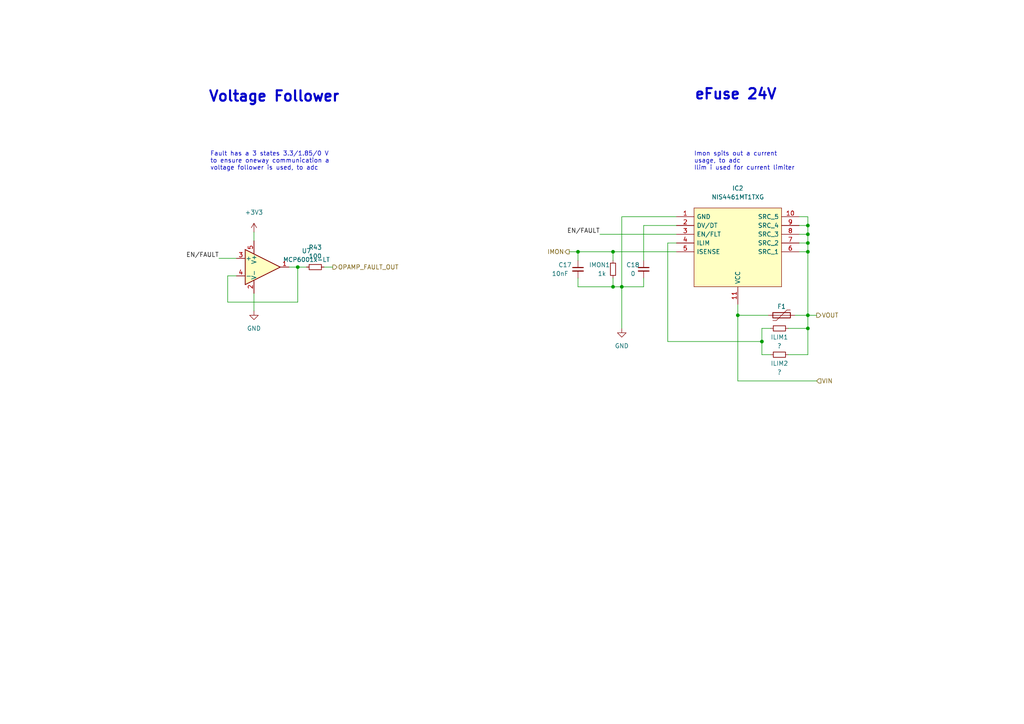
<source format=kicad_sch>
(kicad_sch (version 20211123) (generator eeschema)

  (uuid a0660fa4-01a0-4f10-a8d0-61502bba1330)

  (paper "A4")

  (lib_symbols
    (symbol "Amplifier_Operational:MCP6001x-LT" (pin_names (offset 0.127)) (in_bom yes) (on_board yes)
      (property "Reference" "U" (id 0) (at -1.27 6.35 0)
        (effects (font (size 1.27 1.27)) (justify left))
      )
      (property "Value" "MCP6001x-LT" (id 1) (at -1.27 3.81 0)
        (effects (font (size 1.27 1.27)) (justify left))
      )
      (property "Footprint" "Package_TO_SOT_SMD:SOT-353_SC-70-5" (id 2) (at -2.54 -5.08 0)
        (effects (font (size 1.27 1.27)) (justify left) hide)
      )
      (property "Datasheet" "http://ww1.microchip.com/downloads/en/DeviceDoc/21733j.pdf" (id 3) (at 0 0 0)
        (effects (font (size 1.27 1.27)) hide)
      )
      (property "ki_keywords" "single opamp" (id 4) (at 0 0 0)
        (effects (font (size 1.27 1.27)) hide)
      )
      (property "ki_description" "1 MHz, Low-Power Op Amp, SC-70-5" (id 5) (at 0 0 0)
        (effects (font (size 1.27 1.27)) hide)
      )
      (property "ki_fp_filters" "*SC?70*" (id 6) (at 0 0 0)
        (effects (font (size 1.27 1.27)) hide)
      )
      (symbol "MCP6001x-LT_0_1"
        (polyline
          (pts
            (xy -5.08 5.08)
            (xy 5.08 0)
            (xy -5.08 -5.08)
            (xy -5.08 5.08)
          )
          (stroke (width 0.254) (type default) (color 0 0 0 0))
          (fill (type background))
        )
        (pin power_in line (at -2.54 -7.62 90) (length 3.81)
          (name "V-" (effects (font (size 1.27 1.27))))
          (number "2" (effects (font (size 1.27 1.27))))
        )
        (pin power_in line (at -2.54 7.62 270) (length 3.81)
          (name "V+" (effects (font (size 1.27 1.27))))
          (number "5" (effects (font (size 1.27 1.27))))
        )
      )
      (symbol "MCP6001x-LT_1_1"
        (pin output line (at 7.62 0 180) (length 2.54)
          (name "~" (effects (font (size 1.27 1.27))))
          (number "1" (effects (font (size 1.27 1.27))))
        )
        (pin input line (at -7.62 2.54 0) (length 2.54)
          (name "+" (effects (font (size 1.27 1.27))))
          (number "3" (effects (font (size 1.27 1.27))))
        )
        (pin input line (at -7.62 -2.54 0) (length 2.54)
          (name "-" (effects (font (size 1.27 1.27))))
          (number "4" (effects (font (size 1.27 1.27))))
        )
      )
    )
    (symbol "Device:C_Small" (pin_numbers hide) (pin_names (offset 0.254) hide) (in_bom yes) (on_board yes)
      (property "Reference" "C" (id 0) (at 0.254 1.778 0)
        (effects (font (size 1.27 1.27)) (justify left))
      )
      (property "Value" "C_Small" (id 1) (at 0.254 -2.032 0)
        (effects (font (size 1.27 1.27)) (justify left))
      )
      (property "Footprint" "" (id 2) (at 0 0 0)
        (effects (font (size 1.27 1.27)) hide)
      )
      (property "Datasheet" "~" (id 3) (at 0 0 0)
        (effects (font (size 1.27 1.27)) hide)
      )
      (property "ki_keywords" "capacitor cap" (id 4) (at 0 0 0)
        (effects (font (size 1.27 1.27)) hide)
      )
      (property "ki_description" "Unpolarized capacitor, small symbol" (id 5) (at 0 0 0)
        (effects (font (size 1.27 1.27)) hide)
      )
      (property "ki_fp_filters" "C_*" (id 6) (at 0 0 0)
        (effects (font (size 1.27 1.27)) hide)
      )
      (symbol "C_Small_0_1"
        (polyline
          (pts
            (xy -1.524 -0.508)
            (xy 1.524 -0.508)
          )
          (stroke (width 0.3302) (type default) (color 0 0 0 0))
          (fill (type none))
        )
        (polyline
          (pts
            (xy -1.524 0.508)
            (xy 1.524 0.508)
          )
          (stroke (width 0.3048) (type default) (color 0 0 0 0))
          (fill (type none))
        )
      )
      (symbol "C_Small_1_1"
        (pin passive line (at 0 2.54 270) (length 2.032)
          (name "~" (effects (font (size 1.27 1.27))))
          (number "1" (effects (font (size 1.27 1.27))))
        )
        (pin passive line (at 0 -2.54 90) (length 2.032)
          (name "~" (effects (font (size 1.27 1.27))))
          (number "2" (effects (font (size 1.27 1.27))))
        )
      )
    )
    (symbol "Device:Polyfuse" (pin_numbers hide) (pin_names (offset 0)) (in_bom yes) (on_board yes)
      (property "Reference" "F" (id 0) (at -2.54 0 90)
        (effects (font (size 1.27 1.27)))
      )
      (property "Value" "Polyfuse" (id 1) (at 2.54 0 90)
        (effects (font (size 1.27 1.27)))
      )
      (property "Footprint" "" (id 2) (at 1.27 -5.08 0)
        (effects (font (size 1.27 1.27)) (justify left) hide)
      )
      (property "Datasheet" "~" (id 3) (at 0 0 0)
        (effects (font (size 1.27 1.27)) hide)
      )
      (property "ki_keywords" "resettable fuse PTC PPTC polyfuse polyswitch" (id 4) (at 0 0 0)
        (effects (font (size 1.27 1.27)) hide)
      )
      (property "ki_description" "Resettable fuse, polymeric positive temperature coefficient" (id 5) (at 0 0 0)
        (effects (font (size 1.27 1.27)) hide)
      )
      (property "ki_fp_filters" "*polyfuse* *PTC*" (id 6) (at 0 0 0)
        (effects (font (size 1.27 1.27)) hide)
      )
      (symbol "Polyfuse_0_1"
        (rectangle (start -0.762 2.54) (end 0.762 -2.54)
          (stroke (width 0.254) (type default) (color 0 0 0 0))
          (fill (type none))
        )
        (polyline
          (pts
            (xy 0 2.54)
            (xy 0 -2.54)
          )
          (stroke (width 0) (type default) (color 0 0 0 0))
          (fill (type none))
        )
        (polyline
          (pts
            (xy -1.524 2.54)
            (xy -1.524 1.524)
            (xy 1.524 -1.524)
            (xy 1.524 -2.54)
          )
          (stroke (width 0) (type default) (color 0 0 0 0))
          (fill (type none))
        )
      )
      (symbol "Polyfuse_1_1"
        (pin passive line (at 0 3.81 270) (length 1.27)
          (name "~" (effects (font (size 1.27 1.27))))
          (number "1" (effects (font (size 1.27 1.27))))
        )
        (pin passive line (at 0 -3.81 90) (length 1.27)
          (name "~" (effects (font (size 1.27 1.27))))
          (number "2" (effects (font (size 1.27 1.27))))
        )
      )
    )
    (symbol "Device:R_Small" (pin_numbers hide) (pin_names (offset 0.254) hide) (in_bom yes) (on_board yes)
      (property "Reference" "R" (id 0) (at 0.762 0.508 0)
        (effects (font (size 1.27 1.27)) (justify left))
      )
      (property "Value" "R_Small" (id 1) (at 0.762 -1.016 0)
        (effects (font (size 1.27 1.27)) (justify left))
      )
      (property "Footprint" "" (id 2) (at 0 0 0)
        (effects (font (size 1.27 1.27)) hide)
      )
      (property "Datasheet" "~" (id 3) (at 0 0 0)
        (effects (font (size 1.27 1.27)) hide)
      )
      (property "ki_keywords" "R resistor" (id 4) (at 0 0 0)
        (effects (font (size 1.27 1.27)) hide)
      )
      (property "ki_description" "Resistor, small symbol" (id 5) (at 0 0 0)
        (effects (font (size 1.27 1.27)) hide)
      )
      (property "ki_fp_filters" "R_*" (id 6) (at 0 0 0)
        (effects (font (size 1.27 1.27)) hide)
      )
      (symbol "R_Small_0_1"
        (rectangle (start -0.762 1.778) (end 0.762 -1.778)
          (stroke (width 0.2032) (type default) (color 0 0 0 0))
          (fill (type none))
        )
      )
      (symbol "R_Small_1_1"
        (pin passive line (at 0 2.54 270) (length 0.762)
          (name "~" (effects (font (size 1.27 1.27))))
          (number "1" (effects (font (size 1.27 1.27))))
        )
        (pin passive line (at 0 -2.54 90) (length 0.762)
          (name "~" (effects (font (size 1.27 1.27))))
          (number "2" (effects (font (size 1.27 1.27))))
        )
      )
    )
    (symbol "NIS4461MT1TXG:NIS4461MT1TXG" (pin_names (offset 0.762)) (in_bom yes) (on_board yes)
      (property "Reference" "IC3" (id 0) (at 17.78 8.255 0)
        (effects (font (size 1.27 1.27)))
      )
      (property "Value" "NIS4461MT1TXG" (id 1) (at 17.78 5.715 0)
        (effects (font (size 1.27 1.27)))
      )
      (property "Footprint" "NIS4461MT1TXG:SON50P300X300X80-11N" (id 2) (at 31.75 2.54 0)
        (effects (font (size 1.27 1.27)) (justify left) hide)
      )
      (property "Datasheet" "https://www.onsemi.com/pdf/datasheet/nis4461-d.pdf" (id 3) (at 31.75 0 0)
        (effects (font (size 1.27 1.27)) (justify left) hide)
      )
      (property "Description" "ON SEMICONDUCTOR - NIS4461MT1TXG - Electronic Fuse, 9 V to 24 V, Fan & Hard Drives/Industrial/Handheld Devices, WDFN-EP, 10Pin" (id 4) (at 31.75 -2.54 0)
        (effects (font (size 1.27 1.27)) (justify left) hide)
      )
      (property "Height" "0.8" (id 5) (at 31.75 -5.08 0)
        (effects (font (size 1.27 1.27)) (justify left) hide)
      )
      (property "Mouser Part Number" "863-NIS4461MT1TXG" (id 6) (at 31.75 -7.62 0)
        (effects (font (size 1.27 1.27)) (justify left) hide)
      )
      (property "Mouser Price/Stock" "https://www.mouser.co.uk/ProductDetail/onsemi/NIS4461MT1TXG?qs=HBWAp0VN4RguQGKW17n5sA%3D%3D" (id 7) (at 31.75 -10.16 0)
        (effects (font (size 1.27 1.27)) (justify left) hide)
      )
      (property "Manufacturer_Name" "onsemi" (id 8) (at 31.75 -12.7 0)
        (effects (font (size 1.27 1.27)) (justify left) hide)
      )
      (property "Manufacturer_Part_Number" "NIS4461MT1TXG" (id 9) (at 31.75 -15.24 0)
        (effects (font (size 1.27 1.27)) (justify left) hide)
      )
      (symbol "NIS4461MT1TXG_0_0"
        (pin passive line (at 0 0 0) (length 5.08)
          (name "GND" (effects (font (size 1.27 1.27))))
          (number "1" (effects (font (size 1.27 1.27))))
        )
        (pin passive line (at 35.56 0 180) (length 5.08)
          (name "SRC_5" (effects (font (size 1.27 1.27))))
          (number "10" (effects (font (size 1.27 1.27))))
        )
        (pin passive line (at 17.78 -25.4 90) (length 5.08)
          (name "VCC" (effects (font (size 1.27 1.27))))
          (number "11" (effects (font (size 1.27 1.27))))
        )
        (pin passive line (at 0 -2.54 0) (length 5.08)
          (name "DV/DT" (effects (font (size 1.27 1.27))))
          (number "2" (effects (font (size 1.27 1.27))))
        )
        (pin passive line (at 0 -5.08 0) (length 5.08)
          (name "EN/FLT" (effects (font (size 1.27 1.27))))
          (number "3" (effects (font (size 1.27 1.27))))
        )
        (pin passive line (at 0 -7.62 0) (length 5.08)
          (name "ILIM" (effects (font (size 1.27 1.27))))
          (number "4" (effects (font (size 1.27 1.27))))
        )
        (pin passive line (at 0 -10.16 0) (length 5.08)
          (name "ISENSE" (effects (font (size 1.27 1.27))))
          (number "5" (effects (font (size 1.27 1.27))))
        )
        (pin passive line (at 35.56 -10.16 180) (length 5.08)
          (name "SRC_1" (effects (font (size 1.27 1.27))))
          (number "6" (effects (font (size 1.27 1.27))))
        )
        (pin passive line (at 35.56 -7.62 180) (length 5.08)
          (name "SRC_2" (effects (font (size 1.27 1.27))))
          (number "7" (effects (font (size 1.27 1.27))))
        )
        (pin passive line (at 35.56 -5.08 180) (length 5.08)
          (name "SRC_3" (effects (font (size 1.27 1.27))))
          (number "8" (effects (font (size 1.27 1.27))))
        )
        (pin passive line (at 35.56 -2.54 180) (length 5.08)
          (name "SRC_4" (effects (font (size 1.27 1.27))))
          (number "9" (effects (font (size 1.27 1.27))))
        )
      )
      (symbol "NIS4461MT1TXG_0_1"
        (polyline
          (pts
            (xy 5.08 2.54)
            (xy 30.48 2.54)
            (xy 30.48 -20.32)
            (xy 5.08 -20.32)
            (xy 5.08 2.54)
          )
          (stroke (width 0.1524) (type default) (color 0 0 0 0))
          (fill (type background))
        )
      )
    )
    (symbol "power:+3.3V" (power) (pin_names (offset 0)) (in_bom yes) (on_board yes)
      (property "Reference" "#PWR" (id 0) (at 0 -3.81 0)
        (effects (font (size 1.27 1.27)) hide)
      )
      (property "Value" "+3.3V" (id 1) (at 0 3.556 0)
        (effects (font (size 1.27 1.27)))
      )
      (property "Footprint" "" (id 2) (at 0 0 0)
        (effects (font (size 1.27 1.27)) hide)
      )
      (property "Datasheet" "" (id 3) (at 0 0 0)
        (effects (font (size 1.27 1.27)) hide)
      )
      (property "ki_keywords" "power-flag" (id 4) (at 0 0 0)
        (effects (font (size 1.27 1.27)) hide)
      )
      (property "ki_description" "Power symbol creates a global label with name \"+3.3V\"" (id 5) (at 0 0 0)
        (effects (font (size 1.27 1.27)) hide)
      )
      (symbol "+3.3V_0_1"
        (polyline
          (pts
            (xy -0.762 1.27)
            (xy 0 2.54)
          )
          (stroke (width 0) (type default) (color 0 0 0 0))
          (fill (type none))
        )
        (polyline
          (pts
            (xy 0 0)
            (xy 0 2.54)
          )
          (stroke (width 0) (type default) (color 0 0 0 0))
          (fill (type none))
        )
        (polyline
          (pts
            (xy 0 2.54)
            (xy 0.762 1.27)
          )
          (stroke (width 0) (type default) (color 0 0 0 0))
          (fill (type none))
        )
      )
      (symbol "+3.3V_1_1"
        (pin power_in line (at 0 0 90) (length 0) hide
          (name "+3V3" (effects (font (size 1.27 1.27))))
          (number "1" (effects (font (size 1.27 1.27))))
        )
      )
    )
    (symbol "power:GND" (power) (pin_names (offset 0)) (in_bom yes) (on_board yes)
      (property "Reference" "#PWR" (id 0) (at 0 -6.35 0)
        (effects (font (size 1.27 1.27)) hide)
      )
      (property "Value" "GND" (id 1) (at 0 -3.81 0)
        (effects (font (size 1.27 1.27)))
      )
      (property "Footprint" "" (id 2) (at 0 0 0)
        (effects (font (size 1.27 1.27)) hide)
      )
      (property "Datasheet" "" (id 3) (at 0 0 0)
        (effects (font (size 1.27 1.27)) hide)
      )
      (property "ki_keywords" "power-flag" (id 4) (at 0 0 0)
        (effects (font (size 1.27 1.27)) hide)
      )
      (property "ki_description" "Power symbol creates a global label with name \"GND\" , ground" (id 5) (at 0 0 0)
        (effects (font (size 1.27 1.27)) hide)
      )
      (symbol "GND_0_1"
        (polyline
          (pts
            (xy 0 0)
            (xy 0 -1.27)
            (xy 1.27 -1.27)
            (xy 0 -2.54)
            (xy -1.27 -1.27)
            (xy 0 -1.27)
          )
          (stroke (width 0) (type default) (color 0 0 0 0))
          (fill (type none))
        )
      )
      (symbol "GND_1_1"
        (pin power_in line (at 0 0 270) (length 0) hide
          (name "GND" (effects (font (size 1.27 1.27))))
          (number "1" (effects (font (size 1.27 1.27))))
        )
      )
    )
  )

  (junction (at 220.98 99.06) (diameter 0) (color 0 0 0 0)
    (uuid 0d2598a7-bb4d-4fb8-a8a2-328a65b403dc)
  )
  (junction (at 86.36 77.47) (diameter 0) (color 0 0 0 0)
    (uuid 23d1b4b0-070d-4261-96e0-c7058609ada1)
  )
  (junction (at 234.315 73.025) (diameter 0) (color 0 0 0 0)
    (uuid 256831f9-7a21-4abb-9fc1-18cf15e7865d)
  )
  (junction (at 234.315 91.44) (diameter 0) (color 0 0 0 0)
    (uuid 3af321b9-dc67-40e5-b360-3fbbe55a8554)
  )
  (junction (at 234.315 67.945) (diameter 0) (color 0 0 0 0)
    (uuid 448093fa-ec1d-4099-97a3-1872882cbf1c)
  )
  (junction (at 213.995 91.44) (diameter 0) (color 0 0 0 0)
    (uuid 56696bf6-741c-4b3b-ac9c-4e8f6e6419c8)
  )
  (junction (at 234.315 70.485) (diameter 0) (color 0 0 0 0)
    (uuid 76d03381-44c5-4eb4-8888-dbecbf5e07d0)
  )
  (junction (at 177.8 73.025) (diameter 0) (color 0 0 0 0)
    (uuid 7800ac3e-ab52-4dae-8ae0-3d5cf7e6377e)
  )
  (junction (at 234.315 65.405) (diameter 0) (color 0 0 0 0)
    (uuid ad46e810-425b-4666-9b0e-2ab264f817b7)
  )
  (junction (at 167.64 73.025) (diameter 0) (color 0 0 0 0)
    (uuid bd9ea354-1bb0-4818-8c81-f395183c3162)
  )
  (junction (at 234.315 95.25) (diameter 0) (color 0 0 0 0)
    (uuid caf4f616-f187-4f7a-afdb-fbb214dfdee3)
  )
  (junction (at 177.8 83.185) (diameter 0) (color 0 0 0 0)
    (uuid cd3607fc-53e7-4d3b-89de-45e28c919bc9)
  )
  (junction (at 180.34 83.185) (diameter 0) (color 0 0 0 0)
    (uuid fc947c99-39b2-4e5c-9125-e485ec5c0010)
  )

  (wire (pts (xy 83.82 77.47) (xy 86.36 77.47))
    (stroke (width 0) (type default) (color 0 0 0 0))
    (uuid 0a3adf4b-f92e-4fcf-890b-319bdf8bfa18)
  )
  (wire (pts (xy 231.775 73.025) (xy 234.315 73.025))
    (stroke (width 0) (type default) (color 0 0 0 0))
    (uuid 0c179450-54d8-4ff2-97b0-d432cf0bdcd3)
  )
  (wire (pts (xy 234.315 95.25) (xy 234.315 91.44))
    (stroke (width 0) (type default) (color 0 0 0 0))
    (uuid 0c3b9a8a-4cd6-4833-add8-baa27a3a3706)
  )
  (wire (pts (xy 167.64 80.645) (xy 167.64 83.185))
    (stroke (width 0) (type default) (color 0 0 0 0))
    (uuid 0cd658ae-23be-4573-9818-7ba174ee8b17)
  )
  (wire (pts (xy 93.98 77.47) (xy 96.52 77.47))
    (stroke (width 0) (type default) (color 0 0 0 0))
    (uuid 111ecaa8-6e53-4520-9bff-5d443e55c995)
  )
  (wire (pts (xy 231.775 65.405) (xy 234.315 65.405))
    (stroke (width 0) (type default) (color 0 0 0 0))
    (uuid 115dd436-1949-47a7-b049-155b36a5d417)
  )
  (wire (pts (xy 86.36 77.47) (xy 86.36 87.63))
    (stroke (width 0) (type default) (color 0 0 0 0))
    (uuid 12c16539-91c5-499a-abc8-9a480db3bb42)
  )
  (wire (pts (xy 228.6 95.25) (xy 234.315 95.25))
    (stroke (width 0) (type default) (color 0 0 0 0))
    (uuid 12e709cf-1dcb-410d-9b6f-21e97a41650f)
  )
  (wire (pts (xy 66.04 87.63) (xy 66.04 80.01))
    (stroke (width 0) (type default) (color 0 0 0 0))
    (uuid 1aabf81a-14b6-4d46-b5e3-20a0c0a4f99a)
  )
  (wire (pts (xy 180.34 62.865) (xy 180.34 83.185))
    (stroke (width 0) (type default) (color 0 0 0 0))
    (uuid 1cbabf1a-fbc2-4ec7-a6b7-7f847d7fda33)
  )
  (wire (pts (xy 73.66 67.31) (xy 73.66 69.85))
    (stroke (width 0) (type default) (color 0 0 0 0))
    (uuid 1e1f2265-9793-4bf7-bed6-5f1542622f28)
  )
  (wire (pts (xy 234.315 70.485) (xy 234.315 73.025))
    (stroke (width 0) (type default) (color 0 0 0 0))
    (uuid 21c00ea2-6216-4cac-a54f-94e0acda91a2)
  )
  (wire (pts (xy 220.98 102.87) (xy 223.52 102.87))
    (stroke (width 0) (type default) (color 0 0 0 0))
    (uuid 3adf33c5-6eb1-4906-ab12-6689035fe9a5)
  )
  (wire (pts (xy 186.69 65.405) (xy 196.215 65.405))
    (stroke (width 0) (type default) (color 0 0 0 0))
    (uuid 3b5bab86-db64-4626-8cbe-cf114def0d00)
  )
  (wire (pts (xy 177.8 73.025) (xy 177.8 75.565))
    (stroke (width 0) (type default) (color 0 0 0 0))
    (uuid 438f1655-9049-4a1c-9b2a-6afbb447ed14)
  )
  (wire (pts (xy 68.58 74.93) (xy 63.5 74.93))
    (stroke (width 0) (type default) (color 0 0 0 0))
    (uuid 48f59202-3209-4a8c-b386-8b8e716111e3)
  )
  (wire (pts (xy 234.315 91.44) (xy 236.855 91.44))
    (stroke (width 0) (type default) (color 0 0 0 0))
    (uuid 4d40d532-3e0e-498e-b7a1-b0970d2d1482)
  )
  (wire (pts (xy 231.775 70.485) (xy 234.315 70.485))
    (stroke (width 0) (type default) (color 0 0 0 0))
    (uuid 50f68737-34ea-4bb8-818f-bbad87bdd756)
  )
  (wire (pts (xy 180.34 62.865) (xy 196.215 62.865))
    (stroke (width 0) (type default) (color 0 0 0 0))
    (uuid 55954ab8-1c3e-497d-8754-aae8f7c088ea)
  )
  (wire (pts (xy 186.69 65.405) (xy 186.69 75.565))
    (stroke (width 0) (type default) (color 0 0 0 0))
    (uuid 5b44e55a-6d59-48b0-a202-d89f178f7a7e)
  )
  (wire (pts (xy 213.995 91.44) (xy 213.995 110.49))
    (stroke (width 0) (type default) (color 0 0 0 0))
    (uuid 5be899a8-1da9-4b0d-8e74-1a91b52629fb)
  )
  (wire (pts (xy 177.8 80.645) (xy 177.8 83.185))
    (stroke (width 0) (type default) (color 0 0 0 0))
    (uuid 5fd30a4e-76cc-42e0-b72d-b3ec6a50cd38)
  )
  (wire (pts (xy 213.995 88.265) (xy 213.995 91.44))
    (stroke (width 0) (type default) (color 0 0 0 0))
    (uuid 60595cb6-d8a8-484d-990d-d77c68c04af5)
  )
  (wire (pts (xy 86.36 87.63) (xy 66.04 87.63))
    (stroke (width 0) (type default) (color 0 0 0 0))
    (uuid 65a0baa1-f1f0-440c-b8c0-40952c0f017c)
  )
  (wire (pts (xy 193.675 70.485) (xy 196.215 70.485))
    (stroke (width 0) (type default) (color 0 0 0 0))
    (uuid 6813ed27-5cb0-4213-8491-6d2d8ec21899)
  )
  (wire (pts (xy 220.98 95.25) (xy 223.52 95.25))
    (stroke (width 0) (type default) (color 0 0 0 0))
    (uuid 6cdaa852-b9bf-422b-997f-585fbe563d4f)
  )
  (wire (pts (xy 167.64 75.565) (xy 167.64 73.025))
    (stroke (width 0) (type default) (color 0 0 0 0))
    (uuid 6e0bbe42-6ec7-439e-a7b4-887859f541c5)
  )
  (wire (pts (xy 167.64 83.185) (xy 177.8 83.185))
    (stroke (width 0) (type default) (color 0 0 0 0))
    (uuid 717704d2-7bda-4514-9740-ef46b2415e01)
  )
  (wire (pts (xy 231.775 62.865) (xy 234.315 62.865))
    (stroke (width 0) (type default) (color 0 0 0 0))
    (uuid 72596061-10b6-4970-9b60-6e3ac55a457e)
  )
  (wire (pts (xy 234.315 102.87) (xy 234.315 95.25))
    (stroke (width 0) (type default) (color 0 0 0 0))
    (uuid 73a1f466-eda1-4a24-9138-143adb38dd98)
  )
  (wire (pts (xy 66.04 80.01) (xy 68.58 80.01))
    (stroke (width 0) (type default) (color 0 0 0 0))
    (uuid 7a773b1c-cd26-4ae7-96ac-c3c1f4eb68e1)
  )
  (wire (pts (xy 234.315 62.865) (xy 234.315 65.405))
    (stroke (width 0) (type default) (color 0 0 0 0))
    (uuid 7a9b8fc8-51c0-490f-b150-38b4e7f7d75f)
  )
  (wire (pts (xy 165.1 73.025) (xy 167.64 73.025))
    (stroke (width 0) (type default) (color 0 0 0 0))
    (uuid 7c74eee7-35bd-4675-a318-8931ea5a9c4d)
  )
  (wire (pts (xy 180.34 83.185) (xy 180.34 95.25))
    (stroke (width 0) (type default) (color 0 0 0 0))
    (uuid 82cc1990-d7ed-4bba-8965-6ebdb4efc521)
  )
  (wire (pts (xy 213.995 91.44) (xy 222.885 91.44))
    (stroke (width 0) (type default) (color 0 0 0 0))
    (uuid 8edb0b37-5254-489b-ad69-3cebc97f4300)
  )
  (wire (pts (xy 228.6 102.87) (xy 234.315 102.87))
    (stroke (width 0) (type default) (color 0 0 0 0))
    (uuid 9d9824d5-4b8a-47cb-8d92-223ebc595e33)
  )
  (wire (pts (xy 167.64 73.025) (xy 177.8 73.025))
    (stroke (width 0) (type default) (color 0 0 0 0))
    (uuid a8a818e4-ef77-4db3-a3ef-52bad7ed4550)
  )
  (wire (pts (xy 220.98 99.06) (xy 220.98 95.25))
    (stroke (width 0) (type default) (color 0 0 0 0))
    (uuid b3f42e6c-d030-40e0-aa88-1b63d5c4a684)
  )
  (wire (pts (xy 230.505 91.44) (xy 234.315 91.44))
    (stroke (width 0) (type default) (color 0 0 0 0))
    (uuid b409134b-3214-4a23-b2f9-f01190236b76)
  )
  (wire (pts (xy 173.99 67.945) (xy 196.215 67.945))
    (stroke (width 0) (type default) (color 0 0 0 0))
    (uuid bcedd2a2-aba7-4d22-93d3-18dea54598ce)
  )
  (wire (pts (xy 177.8 73.025) (xy 196.215 73.025))
    (stroke (width 0) (type default) (color 0 0 0 0))
    (uuid be9b78f2-4fda-48c3-a174-a558eb49cefc)
  )
  (wire (pts (xy 220.98 99.06) (xy 193.675 99.06))
    (stroke (width 0) (type default) (color 0 0 0 0))
    (uuid c279ee5a-d0c7-4714-b60b-c319e4d6a479)
  )
  (wire (pts (xy 180.34 83.185) (xy 177.8 83.185))
    (stroke (width 0) (type default) (color 0 0 0 0))
    (uuid cab89eaa-7b9e-4faf-83fc-e32cf6fe3587)
  )
  (wire (pts (xy 193.675 70.485) (xy 193.675 99.06))
    (stroke (width 0) (type default) (color 0 0 0 0))
    (uuid d513ba78-2b0f-434b-a48a-4ae264079808)
  )
  (wire (pts (xy 86.36 77.47) (xy 88.9 77.47))
    (stroke (width 0) (type default) (color 0 0 0 0))
    (uuid d9e9879e-6dbe-4ce6-99ef-b0d66239cb8d)
  )
  (wire (pts (xy 220.98 99.06) (xy 220.98 102.87))
    (stroke (width 0) (type default) (color 0 0 0 0))
    (uuid db187efd-f13c-4eec-9933-b000b336ca29)
  )
  (wire (pts (xy 234.315 65.405) (xy 234.315 67.945))
    (stroke (width 0) (type default) (color 0 0 0 0))
    (uuid dd921fa8-8fe6-4e59-b4e4-dd739cb0a5e4)
  )
  (wire (pts (xy 234.315 67.945) (xy 234.315 70.485))
    (stroke (width 0) (type default) (color 0 0 0 0))
    (uuid de8cdaa1-7cd5-4422-b524-9fbd1a4079f5)
  )
  (wire (pts (xy 231.775 67.945) (xy 234.315 67.945))
    (stroke (width 0) (type default) (color 0 0 0 0))
    (uuid e2e530bf-e70d-4430-84ff-a84dd1cdbbb3)
  )
  (wire (pts (xy 186.69 80.645) (xy 186.69 83.185))
    (stroke (width 0) (type default) (color 0 0 0 0))
    (uuid e2e635ca-5c3d-424e-a610-86c2f6ad3d48)
  )
  (wire (pts (xy 180.34 83.185) (xy 186.69 83.185))
    (stroke (width 0) (type default) (color 0 0 0 0))
    (uuid e4d10424-bc6a-4656-b050-2510635b4291)
  )
  (wire (pts (xy 73.66 85.09) (xy 73.66 90.17))
    (stroke (width 0) (type default) (color 0 0 0 0))
    (uuid e6b8051b-6004-4610-a7f1-c23d1643fbc4)
  )
  (wire (pts (xy 234.315 91.44) (xy 234.315 73.025))
    (stroke (width 0) (type default) (color 0 0 0 0))
    (uuid e98182ca-2c38-4a92-8336-56607e2bc651)
  )
  (wire (pts (xy 213.995 110.49) (xy 236.855 110.49))
    (stroke (width 0) (type default) (color 0 0 0 0))
    (uuid f7cf98aa-6cee-4fad-82a6-496ddba3b965)
  )

  (text "eFuse 24V" (at 201.295 29.21 0)
    (effects (font (size 3 3) bold) (justify left bottom))
    (uuid 93006a54-5ed4-475e-850c-d3a524d05f62)
  )
  (text "Fault has a 3 states 3.3/1.85/0 V\nto ensure oneway communication a\nvoltage follower is used, to adc"
    (at 60.96 49.53 0)
    (effects (font (size 1.27 1.27)) (justify left bottom))
    (uuid ab6c101d-34d6-44e8-9e34-586342af67d4)
  )
  (text "Voltage Follower" (at 60.325 29.845 0)
    (effects (font (size 3 3) bold) (justify left bottom))
    (uuid b902a1c3-077a-423f-83d4-d0881e6212fe)
  )
  (text "Imon spits out a current\nusage, to adc\nIlim i used for current limiter"
    (at 201.295 49.53 0)
    (effects (font (size 1.27 1.27)) (justify left bottom))
    (uuid d05879a8-583f-42a2-ad2f-f6ff867f8da4)
  )

  (label "EN{slash}FAULT" (at 173.99 67.945 180)
    (effects (font (size 1.27 1.27)) (justify right bottom))
    (uuid 246d6075-f68b-4661-87bf-649c9301269c)
  )
  (label "EN{slash}FAULT" (at 63.5 74.93 180)
    (effects (font (size 1.27 1.27)) (justify right bottom))
    (uuid a7e1a269-7bba-4609-bf53-27258de2278c)
  )

  (hierarchical_label "VOUT" (shape output) (at 236.855 91.44 0)
    (effects (font (size 1.27 1.27)) (justify left))
    (uuid 77a2c52d-591c-4cda-83c9-2f82cb81dd82)
  )
  (hierarchical_label "OPAMP_FAULT_OUT" (shape output) (at 96.52 77.47 0)
    (effects (font (size 1.27 1.27)) (justify left))
    (uuid 90605c45-f95e-46a1-8d69-2d55abc65492)
  )
  (hierarchical_label "IMON" (shape output) (at 165.1 73.025 180)
    (effects (font (size 1.27 1.27)) (justify right))
    (uuid 9b2b4ed4-7aba-4f31-9e64-f0f8c1fea3ee)
  )
  (hierarchical_label "VIN" (shape input) (at 236.855 110.49 0)
    (effects (font (size 1.27 1.27)) (justify left))
    (uuid a9c8476b-d12b-42e0-b149-13d77f0db3f7)
  )

  (symbol (lib_id "power:GND") (at 180.34 95.25 0)
    (in_bom yes) (on_board yes) (fields_autoplaced)
    (uuid 005bf9fa-f6a1-4438-aaa6-886ca8459d1d)
    (property "Reference" "#PWR0155" (id 0) (at 180.34 101.6 0)
      (effects (font (size 1.27 1.27)) hide)
    )
    (property "Value" "GND" (id 1) (at 180.34 100.33 0))
    (property "Footprint" "" (id 2) (at 180.34 95.25 0)
      (effects (font (size 1.27 1.27)) hide)
    )
    (property "Datasheet" "" (id 3) (at 180.34 95.25 0)
      (effects (font (size 1.27 1.27)) hide)
    )
    (pin "1" (uuid d5637bc1-1baa-475a-80a8-212ba0a4221c))
  )

  (symbol (lib_id "power:GND") (at 73.66 90.17 0)
    (in_bom yes) (on_board yes) (fields_autoplaced)
    (uuid 161e2832-66e0-4298-8982-1cbdb29bfff5)
    (property "Reference" "#PWR0123" (id 0) (at 73.66 96.52 0)
      (effects (font (size 1.27 1.27)) hide)
    )
    (property "Value" "GND" (id 1) (at 73.66 95.25 0))
    (property "Footprint" "" (id 2) (at 73.66 90.17 0)
      (effects (font (size 1.27 1.27)) hide)
    )
    (property "Datasheet" "" (id 3) (at 73.66 90.17 0)
      (effects (font (size 1.27 1.27)) hide)
    )
    (pin "1" (uuid dace85df-ae2b-4be9-b76b-16633b703a0f))
  )

  (symbol (lib_id "Device:C_Small") (at 167.64 78.105 0)
    (in_bom yes) (on_board yes)
    (uuid 21e9bdbd-8003-4998-adc8-32726d97007d)
    (property "Reference" "C17" (id 0) (at 161.925 76.835 0)
      (effects (font (size 1.27 1.27)) (justify left))
    )
    (property "Value" "10nF" (id 1) (at 160.02 79.375 0)
      (effects (font (size 1.27 1.27)) (justify left))
    )
    (property "Footprint" "Capacitor_SMD:C_0603_1608Metric" (id 2) (at 167.64 78.105 0)
      (effects (font (size 1.27 1.27)) hide)
    )
    (property "Datasheet" "~" (id 3) (at 167.64 78.105 0)
      (effects (font (size 1.27 1.27)) hide)
    )
    (pin "1" (uuid fa3355b6-5993-421c-8444-eb850bd637e1))
    (pin "2" (uuid 9d69f4e5-f3a0-4e03-bca4-8ae8326410fd))
  )

  (symbol (lib_id "Device:R_Small") (at 226.06 102.87 270)
    (in_bom yes) (on_board yes)
    (uuid 4ebc31c2-1e79-43d7-a970-3eda0396af1c)
    (property "Reference" "ILIM2" (id 0) (at 226.06 105.41 90))
    (property "Value" "?" (id 1) (at 226.06 107.95 90))
    (property "Footprint" "Resistor_SMD:R_0603_1608Metric" (id 2) (at 226.06 102.87 0)
      (effects (font (size 1.27 1.27)) hide)
    )
    (property "Datasheet" "~" (id 3) (at 226.06 102.87 0)
      (effects (font (size 1.27 1.27)) hide)
    )
    (pin "1" (uuid ff466d11-746b-4f59-945b-fc24cba9d524))
    (pin "2" (uuid 764fcbe0-b8d6-4993-a703-a87e34b7ef22))
  )

  (symbol (lib_id "Device:C_Small") (at 186.69 78.105 0)
    (in_bom yes) (on_board yes)
    (uuid 5610dbfc-8300-4eac-a8f2-0389886de9b8)
    (property "Reference" "C18" (id 0) (at 181.61 76.835 0)
      (effects (font (size 1.27 1.27)) (justify left))
    )
    (property "Value" "0" (id 1) (at 182.88 79.375 0)
      (effects (font (size 1.27 1.27)) (justify left))
    )
    (property "Footprint" "Capacitor_SMD:C_0603_1608Metric" (id 2) (at 186.69 78.105 0)
      (effects (font (size 1.27 1.27)) hide)
    )
    (property "Datasheet" "~" (id 3) (at 186.69 78.105 0)
      (effects (font (size 1.27 1.27)) hide)
    )
    (pin "1" (uuid a7aba5f8-2f40-4c07-ab64-ed928f3bdf6d))
    (pin "2" (uuid 12214a59-1ac1-4f5b-bdcc-0b7bc03030ff))
  )

  (symbol (lib_id "NIS4461MT1TXG:NIS4461MT1TXG") (at 196.215 62.865 0)
    (in_bom yes) (on_board yes) (fields_autoplaced)
    (uuid 7185ac6f-588a-4d08-be76-b5242d455f8c)
    (property "Reference" "IC2" (id 0) (at 213.995 54.61 0))
    (property "Value" "NIS4461MT1TXG" (id 1) (at 213.995 57.15 0))
    (property "Footprint" "NIS4461MT1TXG:SON50P300X300X80-11N" (id 2) (at 227.965 60.325 0)
      (effects (font (size 1.27 1.27)) (justify left) hide)
    )
    (property "Datasheet" "https://www.onsemi.com/pdf/datasheet/nis4461-d.pdf" (id 3) (at 227.965 62.865 0)
      (effects (font (size 1.27 1.27)) (justify left) hide)
    )
    (property "Description" "ON SEMICONDUCTOR - NIS4461MT1TXG - Electronic Fuse, 9 V to 24 V, Fan & Hard Drives/Industrial/Handheld Devices, WDFN-EP, 10Pin" (id 4) (at 227.965 65.405 0)
      (effects (font (size 1.27 1.27)) (justify left) hide)
    )
    (property "Height" "0.8" (id 5) (at 227.965 67.945 0)
      (effects (font (size 1.27 1.27)) (justify left) hide)
    )
    (property "Mouser Part Number" "863-NIS4461MT1TXG" (id 6) (at 227.965 70.485 0)
      (effects (font (size 1.27 1.27)) (justify left) hide)
    )
    (property "Mouser Price/Stock" "https://www.mouser.co.uk/ProductDetail/onsemi/NIS4461MT1TXG?qs=HBWAp0VN4RguQGKW17n5sA%3D%3D" (id 7) (at 227.965 73.025 0)
      (effects (font (size 1.27 1.27)) (justify left) hide)
    )
    (property "Manufacturer_Name" "onsemi" (id 8) (at 227.965 75.565 0)
      (effects (font (size 1.27 1.27)) (justify left) hide)
    )
    (property "Manufacturer_Part_Number" "NIS4461MT1TXG" (id 9) (at 227.965 78.105 0)
      (effects (font (size 1.27 1.27)) (justify left) hide)
    )
    (pin "1" (uuid 2dbfd6cf-a86b-430b-a923-d5e5cbaf4673))
    (pin "10" (uuid 3e22790a-d50b-4aff-9583-4b19752b109c))
    (pin "11" (uuid f0fffd1b-68db-4605-96c2-76a26657d051))
    (pin "2" (uuid 205d10dc-a1dc-4e7d-a6d7-4cb87b73b150))
    (pin "3" (uuid 2d78d854-d6d4-4069-b1a9-775cb4873c68))
    (pin "4" (uuid 6878e6f6-024b-4c24-9acd-5e042711b0ab))
    (pin "5" (uuid a14e9781-012e-42c1-9100-fd0f6ee75f47))
    (pin "6" (uuid c8e27a79-f077-4588-b87b-cf407254c6d1))
    (pin "7" (uuid ecd6acec-5a00-4a66-a5a0-fb3798844f86))
    (pin "8" (uuid f34cd99f-cbce-487f-8651-51b1c1d05b4b))
    (pin "9" (uuid 7a57ff45-69dc-4a4f-934f-014466676dfe))
  )

  (symbol (lib_id "Device:R_Small") (at 177.8 78.105 0)
    (in_bom yes) (on_board yes)
    (uuid 73b2980a-45bd-4867-8e12-3906e975c416)
    (property "Reference" "IMON1" (id 0) (at 170.815 76.835 0)
      (effects (font (size 1.27 1.27)) (justify left))
    )
    (property "Value" "1k" (id 1) (at 173.355 79.375 0)
      (effects (font (size 1.27 1.27)) (justify left))
    )
    (property "Footprint" "Resistor_SMD:R_0603_1608Metric" (id 2) (at 177.8 78.105 0)
      (effects (font (size 1.27 1.27)) hide)
    )
    (property "Datasheet" "~" (id 3) (at 177.8 78.105 0)
      (effects (font (size 1.27 1.27)) hide)
    )
    (pin "1" (uuid de12e4b6-4abf-41f1-97fe-8ead1a899cdd))
    (pin "2" (uuid 15a7500b-c1e1-4f93-94a1-59d5b34f39f4))
  )

  (symbol (lib_id "power:+3.3V") (at 73.66 67.31 0)
    (in_bom yes) (on_board yes) (fields_autoplaced)
    (uuid a5a92628-fce2-4f12-a7d0-99beb186ca67)
    (property "Reference" "#PWR0135" (id 0) (at 73.66 71.12 0)
      (effects (font (size 1.27 1.27)) hide)
    )
    (property "Value" "+3.3V" (id 1) (at 73.66 61.595 0))
    (property "Footprint" "" (id 2) (at 73.66 67.31 0)
      (effects (font (size 1.27 1.27)) hide)
    )
    (property "Datasheet" "" (id 3) (at 73.66 67.31 0)
      (effects (font (size 1.27 1.27)) hide)
    )
    (pin "1" (uuid 07a6329e-18a6-4e45-9d7d-0b101497bf1e))
  )

  (symbol (lib_id "Device:R_Small") (at 91.44 77.47 270)
    (in_bom yes) (on_board yes) (fields_autoplaced)
    (uuid a6f1c0e2-9044-45b2-81fb-5951acfec6be)
    (property "Reference" "R43" (id 0) (at 91.44 71.755 90))
    (property "Value" "100" (id 1) (at 91.44 74.295 90))
    (property "Footprint" "Resistor_SMD:R_0603_1608Metric" (id 2) (at 91.44 77.47 0)
      (effects (font (size 1.27 1.27)) hide)
    )
    (property "Datasheet" "~" (id 3) (at 91.44 77.47 0)
      (effects (font (size 1.27 1.27)) hide)
    )
    (pin "1" (uuid bd319aa5-9d3d-4b74-8751-1a95340da8a4))
    (pin "2" (uuid 1332a59c-16ad-4eca-ab3e-94c09bee0cbe))
  )

  (symbol (lib_id "Device:R_Small") (at 226.06 95.25 270)
    (in_bom yes) (on_board yes)
    (uuid b22b49fd-9d85-49f2-8623-664edcfbe9cd)
    (property "Reference" "ILIM1" (id 0) (at 226.06 97.79 90))
    (property "Value" "?" (id 1) (at 226.06 100.33 90))
    (property "Footprint" "Resistor_SMD:R_0603_1608Metric" (id 2) (at 226.06 95.25 0)
      (effects (font (size 1.27 1.27)) hide)
    )
    (property "Datasheet" "~" (id 3) (at 226.06 95.25 0)
      (effects (font (size 1.27 1.27)) hide)
    )
    (pin "1" (uuid 383cf6bb-6637-48e2-8684-f93f6f6013c9))
    (pin "2" (uuid e949aa6d-9978-4fe7-96f6-fdcb30f61786))
  )

  (symbol (lib_id "Device:Polyfuse") (at 226.695 91.44 270)
    (in_bom yes) (on_board yes)
    (uuid c0d18b18-6cdc-4c98-a0fd-422ff004e04e)
    (property "Reference" "F1" (id 0) (at 226.695 88.9 90))
    (property "Value" "Polyfuse" (id 1) (at 226.695 88.0364 90)
      (effects (font (size 1.27 1.27)) hide)
    )
    (property "Footprint" "Fuse:Fuse_2010_5025Metric" (id 2) (at 221.615 92.71 0)
      (effects (font (size 1.27 1.27)) (justify left) hide)
    )
    (property "Datasheet" "~" (id 3) (at 226.695 91.44 0)
      (effects (font (size 1.27 1.27)) hide)
    )
    (pin "1" (uuid d4b73c49-0343-45e9-ad64-37536a848c0f))
    (pin "2" (uuid 8495ece0-e79d-415f-8d90-a8cb78ea4b3c))
  )

  (symbol (lib_id "Amplifier_Operational:MCP6001x-LT") (at 76.2 77.47 0)
    (in_bom yes) (on_board yes) (fields_autoplaced)
    (uuid c235b80d-c6bb-47ef-8a37-da030fde670d)
    (property "Reference" "U7" (id 0) (at 88.9 72.771 0))
    (property "Value" "MCP6001x-LT" (id 1) (at 88.9 75.311 0))
    (property "Footprint" "Package_TO_SOT_SMD:SOT-353_SC-70-5" (id 2) (at 73.66 82.55 0)
      (effects (font (size 1.27 1.27)) (justify left) hide)
    )
    (property "Datasheet" "http://ww1.microchip.com/downloads/en/DeviceDoc/21733j.pdf" (id 3) (at 76.2 77.47 0)
      (effects (font (size 1.27 1.27)) hide)
    )
    (pin "2" (uuid 8d0c4094-ea15-46d5-aa1b-b752aea15dae))
    (pin "5" (uuid 2e15de64-3ce9-438b-8764-1db3cb0bec7f))
    (pin "1" (uuid 6ef76627-9a22-400b-b4c6-74fe67e199ff))
    (pin "3" (uuid 064a6752-0570-4634-87bc-ce0f325ccd01))
    (pin "4" (uuid 6536ccbe-b6bc-4114-a326-5b99774d7d2e))
  )
)

</source>
